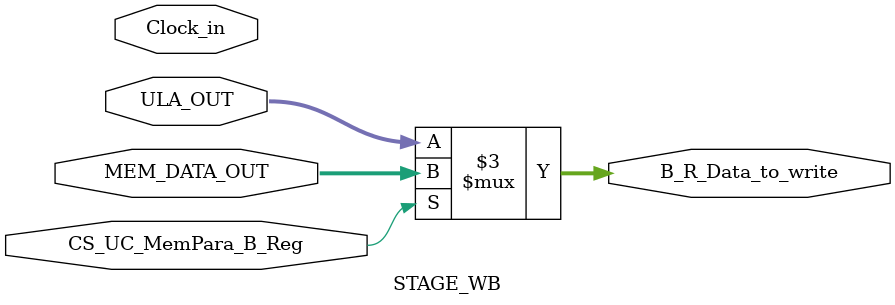
<source format=v>
module STAGE_WB(
input wire Clock_in,

//MUX PARA ESCRITA
input wire [31:0] MEM_DATA_OUT,
input wire [31:0] ULA_OUT,
output reg [31:0] B_R_Data_to_write,
input wire CS_UC_MemPara_B_Reg
	);




always @( * ) begin
	if(CS_UC_MemPara_B_Reg) begin
		B_R_Data_to_write <= MEM_DATA_OUT;
	end
	else begin
		B_R_Data_to_write <= ULA_OUT;
	end
end	


endmodule
</source>
